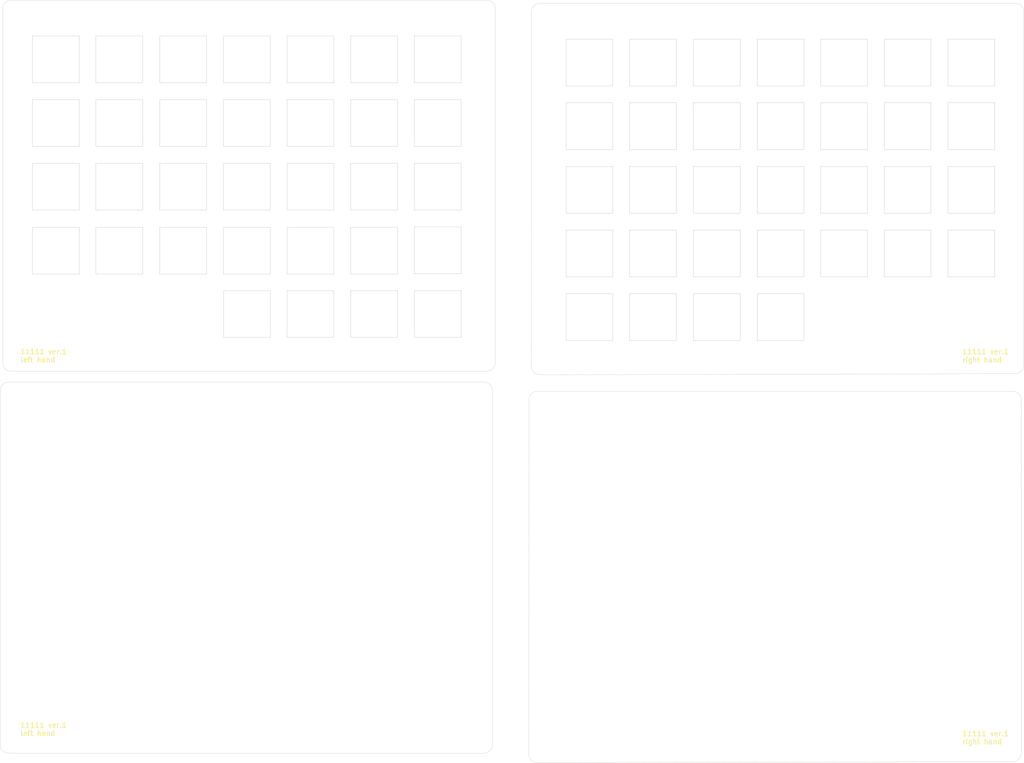
<source format=kicad_pcb>
(kicad_pcb (version 20221018) (generator pcbnew)
  (layers (0 "F.Cu" signal) (31 "B.Cu" signal) (34 "B.Paste" user) (35 "F.Paste" user) (36 "B.SilkS" user "B.Silkscreen") (37 "F.SilkS" user "F.Silkscreen") (38 "B.Mask" user) (39 "F.Mask" user) (44 "Edge.Cuts" user))
  (net 0 "")
  (footprint "keyboard_parts:m3_Screw_Hole" (layer "F.Cu") (at 171.22 239.06)
    (fp_text reference "REF**" hide)
    (fp_text value "m3_Screw_Hole" hide)
    (pad "" np_thru_hole circle (at 0 0) (size 3.6 3.6) (drill 3.6) (layers "*.Cu" "*.Mask"))
  )
  (footprint "foostan:SW_Hole" (layer "F.Cu") (at 301.255003 37.143965)
    (fp_text reference "SW13" hide)
    (fp_text value "SW_Push" hide)
    (fp_line (start -7 -7) (end -7 7) (stroke (width 0.12)) (layer "Edge.Cuts"))
    (fp_line (start -7 7) (end 7 7) (stroke (width 0.12)) (layer "Edge.Cuts"))
    (fp_line (start 7 -7) (end -7 -7) (stroke (width 0.12)) (layer "Edge.Cuts"))
    (fp_line (start 7 7) (end 7 -7) (stroke (width 0.12)) (layer "Edge.Cuts"))
  )
  (footprint "foostan:SW_Hole" (layer "F.Cu") (at 103.505 93.47)
    (fp_text reference "SW46" hide)
    (fp_text value "SW_Push" hide)
    (fp_line (start -7 -7) (end -7 7) (stroke (width 0.12)) (layer "Edge.Cuts"))
    (fp_line (start -7 7) (end 7 7) (stroke (width 0.12)) (layer "Edge.Cuts"))
    (fp_line (start 7 -7) (end -7 -7) (stroke (width 0.12)) (layer "Edge.Cuts"))
    (fp_line (start 7 7) (end 7 -7) (stroke (width 0.12)) (layer "Edge.Cuts"))
  )
  (footprint "keyboard_parts:m3_Screw_Hole" (layer "F.Cu") (at 92.18 239.06)
    (fp_text reference "REF**" hide)
    (fp_text value "m3_Screw_Hole" hide)
    (pad "" np_thru_hole circle (at 0 0) (size 3.6 3.6) (drill 3.6) (layers "*.Cu" "*.Mask"))
  )
  (footprint "keyboard_parts:m3_Screw_Hole" (layer "F.Cu") (at 272.936051 241.8)
    (fp_text reference "REF**" hide)
    (fp_text value "m3_Screw_Hole" hide)
    (pad "" np_thru_hole circle (at 0 0) (size 3.6 3.6) (drill 3.6) (layers "*.Cu" "*.Mask"))
  )
  (footprint "keyboard_parts:m3_Screw_Hole" (layer "F.Cu") (at 36.4 23.86)
    (fp_text reference "REF**" hide)
    (fp_text value "m3_Screw_Hole" hide)
    (pad "" np_thru_hole circle (at 0 0) (size 3.6 3.6) (drill 3.6) (layers "*.Cu" "*.Mask"))
  )
  (footprint "keyboard_parts:m3_Screw_Hole" (layer "F.Cu") (at 171.22 138.16)
    (fp_text reference "REF**" hide)
    (fp_text value "m3_Screw_Hole" hide)
    (pad "" np_thru_hole circle (at 0 0) (size 3.6 3.6) (drill 3.6) (layers "*.Cu" "*.Mask"))
  )
  (footprint "foostan:SW_Hole" (layer "F.Cu") (at 206.055003 37.143965)
    (fp_text reference "SW8" hide)
    (fp_text value "SW_Push" hide)
    (fp_line (start -7 -7) (end -7 7) (stroke (width 0.12)) (layer "Edge.Cuts"))
    (fp_line (start -7 7) (end 7 7) (stroke (width 0.12)) (layer "Edge.Cuts"))
    (fp_line (start 7 -7) (end -7 -7) (stroke (width 0.12)) (layer "Edge.Cuts"))
    (fp_line (start 7 7) (end 7 -7) (stroke (width 0.12)) (layer "Edge.Cuts"))
  )
  (footprint "foostan:SW_Hole" (layer "F.Cu") (at 282.255003 94.293965)
    (fp_text reference "SW54" hide)
    (fp_text value "SW_Push" hide)
    (fp_line (start -7 -7) (end -7 7) (stroke (width 0.12)) (layer "Edge.Cuts"))
    (fp_line (start -7 7) (end 7 7) (stroke (width 0.12)) (layer "Edge.Cuts"))
    (fp_line (start 7 -7) (end -7 -7) (stroke (width 0.12)) (layer "Edge.Cuts"))
    (fp_line (start 7 7) (end 7 -7) (stroke (width 0.12)) (layer "Edge.Cuts"))
  )
  (footprint "keyboard_parts:m3_Screw_Hole" (layer "F.Cu") (at 330.320003 24.803965)
    (fp_text reference "REF**" hide)
    (fp_text value "m3_Screw_Hole" hide)
    (pad "" np_thru_hole circle (at 0 0) (size 3.6 3.6) (drill 3.6) (layers "*.Cu" "*.Mask"))
  )
  (footprint "foostan:SW_Hole" (layer "F.Cu") (at 206.055003 113.343965)
    (fp_text reference "SW61" hide)
    (fp_text value "SW_Push" hide)
    (fp_line (start -7 -7) (end -7 7) (stroke (width 0.12)) (layer "Edge.Cuts"))
    (fp_line (start -7 7) (end 7 7) (stroke (width 0.12)) (layer "Edge.Cuts"))
    (fp_line (start 7 -7) (end -7 -7) (stroke (width 0.12)) (layer "Edge.Cuts"))
    (fp_line (start 7 7) (end 7 -7) (stroke (width 0.12)) (layer "Edge.Cuts"))
  )
  (footprint "foostan:SW_Hole" (layer "F.Cu") (at 282.255003 56.193965)
    (fp_text reference "SW26" hide)
    (fp_text value "SW_Push" hide)
    (fp_line (start -7 -7) (end -7 7) (stroke (width 0.12)) (layer "Edge.Cuts"))
    (fp_line (start -7 7) (end 7 7) (stroke (width 0.12)) (layer "Edge.Cuts"))
    (fp_line (start 7 -7) (end -7 -7) (stroke (width 0.12)) (layer "Edge.Cuts"))
    (fp_line (start 7 7) (end 7 -7) (stroke (width 0.12)) (layer "Edge.Cuts"))
  )
  (footprint "foostan:SW_Hole" (layer "F.Cu") (at 206.055003 56.193965)
    (fp_text reference "SW22" hide)
    (fp_text value "SW_Push" hide)
    (fp_line (start -7 -7) (end -7 7) (stroke (width 0.12)) (layer "Edge.Cuts"))
    (fp_line (start -7 7) (end 7 7) (stroke (width 0.12)) (layer "Edge.Cuts"))
    (fp_line (start 7 -7) (end -7 -7) (stroke (width 0.12)) (layer "Edge.Cuts"))
    (fp_line (start 7 7) (end 7 -7) (stroke (width 0.12)) (layer "Edge.Cuts"))
  )
  (footprint "keyboard_parts:m3_Screw_Hole" (layer "F.Cu") (at 35.6 138.16)
    (fp_text reference "REF**" hide)
    (fp_text value "m3_Screw_Hole" hide)
    (pad "" np_thru_hole circle (at 0 0) (size 3.6 3.6) (drill 3.6) (layers "*.Cu" "*.Mask"))
  )
  (footprint "foostan:SW_Hole" (layer "F.Cu") (at 141.605 74.3)
    (fp_text reference "SW34" hide)
    (fp_text value "SW_Push" hide)
    (fp_line (start -7 -7) (end -7 7) (stroke (width 0.12)) (layer "Edge.Cuts"))
    (fp_line (start -7 7) (end 7 7) (stroke (width 0.12)) (layer "Edge.Cuts"))
    (fp_line (start 7 -7) (end -7 -7) (stroke (width 0.12)) (layer "Edge.Cuts"))
    (fp_line (start 7 7) (end 7 -7) (stroke (width 0.12)) (layer "Edge.Cuts"))
  )
  (footprint "foostan:SW_Hole" (layer "F.Cu") (at 46.355 55.25)
    (fp_text reference "SW15" hide)
    (fp_text value "SW_Push" hide)
    (fp_line (start -7 -7) (end -7 7) (stroke (width 0.12)) (layer "Edge.Cuts"))
    (fp_line (start -7 7) (end 7 7) (stroke (width 0.12)) (layer "Edge.Cuts"))
    (fp_line (start 7 -7) (end -7 -7) (stroke (width 0.12)) (layer "Edge.Cuts"))
    (fp_line (start 7 7) (end 7 -7) (stroke (width 0.12)) (layer "Edge.Cuts"))
  )
  (footprint "foostan:SW_Hole" (layer "F.Cu") (at 225.055003 113.343965)
    (fp_text reference "SW62" hide)
    (fp_text value "SW_Push" hide)
    (fp_line (start -7 -7) (end -7 7) (stroke (width 0.12)) (layer "Edge.Cuts"))
    (fp_line (start -7 7) (end 7 7) (stroke (width 0.12)) (layer "Edge.Cuts"))
    (fp_line (start 7 -7) (end -7 -7) (stroke (width 0.12)) (layer "Edge.Cuts"))
    (fp_line (start 7 7) (end 7 -7) (stroke (width 0.12)) (layer "Edge.Cuts"))
  )
  (footprint "foostan:SW_Hole" (layer "F.Cu") (at 225.055003 56.193965)
    (fp_text reference "SW23" hide)
    (fp_text value "SW_Push" hide)
    (fp_line (start -7 -7) (end -7 7) (stroke (width 0.12)) (layer "Edge.Cuts"))
    (fp_line (start -7 7) (end 7 7) (stroke (width 0.12)) (layer "Edge.Cuts"))
    (fp_line (start 7 -7) (end -7 -7) (stroke (width 0.12)) (layer "Edge.Cuts"))
    (fp_line (start 7 7) (end 7 -7) (stroke (width 0.12)) (layer "Edge.Cuts"))
  )
  (footprint "foostan:SW_Hole" (layer "F.Cu") (at 84.455 93.47)
    (fp_text reference "SW45" hide)
    (fp_text value "SW_Push" hide)
    (fp_line (start -7 -7) (end -7 7) (stroke (width 0.12)) (layer "Edge.Cuts"))
    (fp_line (start -7 7) (end 7 7) (stroke (width 0.12)) (layer "Edge.Cuts"))
    (fp_line (start 7 -7) (end -7 -7) (stroke (width 0.12)) (layer "Edge.Cuts"))
    (fp_line (start 7 7) (end 7 -7) (stroke (width 0.12)) (layer "Edge.Cuts"))
  )
  (footprint "foostan:SW_Hole" (layer "F.Cu") (at 103.565 112.4)
    (fp_text reference "SW57" hide)
    (fp_text value "SW_Push" hide)
    (fp_line (start -7 -7) (end -7 7) (stroke (width 0.12)) (layer "Edge.Cuts"))
    (fp_line (start -7 7) (end 7 7) (stroke (width 0.12)) (layer "Edge.Cuts"))
    (fp_line (start 7 -7) (end -7 -7) (stroke (width 0.12)) (layer "Edge.Cuts"))
    (fp_line (start 7 7) (end 7 -7) (stroke (width 0.12)) (layer "Edge.Cuts"))
  )
  (footprint "foostan:SW_Hole" (layer "F.Cu") (at 46.355 36.2)
    (fp_text reference "SW1" hide)
    (fp_text value "SW_Push" hide)
    (fp_line (start -7 -7) (end -7 7) (stroke (width 0.12)) (layer "Edge.Cuts"))
    (fp_line (start -7 7) (end 7 7) (stroke (width 0.12)) (layer "Edge.Cuts"))
    (fp_line (start 7 -7) (end -7 -7) (stroke (width 0.12)) (layer "Edge.Cuts"))
    (fp_line (start 7 7) (end 7 -7) (stroke (width 0.12)) (layer "Edge.Cuts"))
  )
  (footprint "keyboard_parts:m3_Screw_Hole" (layer "F.Cu") (at 193.996051 241.9)
    (fp_text reference "REF**" hide)
    (fp_text value "m3_Screw_Hole" hide)
    (pad "" np_thru_hole circle (at 0 0) (size 3.6 3.6) (drill 3.6) (layers "*.Cu" "*.Mask"))
  )
  (footprint "foostan:SW_Hole" (layer "F.Cu") (at 282.255003 37.143965)
    (fp_text reference "SW12" hide)
    (fp_text value "SW_Push" hide)
    (fp_line (start -7 -7) (end -7 7) (stroke (width 0.12)) (layer "Edge.Cuts"))
    (fp_line (start -7 7) (end 7 7) (stroke (width 0.12)) (layer "Edge.Cuts"))
    (fp_line (start 7 -7) (end -7 -7) (stroke (width 0.12)) (layer "Edge.Cuts"))
    (fp_line (start 7 7) (end 7 -7) (stroke (width 0.12)) (layer "Edge.Cuts"))
  )
  (footprint "foostan:SW_Hole" (layer "F.Cu") (at 122.555 112.4)
    (fp_text reference "SW58" hide)
    (fp_text value "SW_Push" hide)
    (fp_line (start -7 -7) (end -7 7) (stroke (width 0.12)) (layer "Edge.Cuts"))
    (fp_line (start -7 7) (end 7 7) (stroke (width 0.12)) (layer "Edge.Cuts"))
    (fp_line (start 7 -7) (end -7 -7) (stroke (width 0.12)) (layer "Edge.Cuts"))
    (fp_line (start 7 7) (end 7 -7) (stroke (width 0.12)) (layer "Edge.Cuts"))
  )
  (footprint "foostan:SW_Hole" (layer "F.Cu") (at 65.335 55.25)
    (fp_text reference "SW16" hide)
    (fp_text value "SW_Push" hide)
    (fp_line (start -7 -7) (end -7 7) (stroke (width 0.12)) (layer "Edge.Cuts"))
    (fp_line (start -7 7) (end 7 7) (stroke (width 0.12)) (layer "Edge.Cuts"))
    (fp_line (start 7 -7) (end -7 -7) (stroke (width 0.12)) (layer "Edge.Cuts"))
    (fp_line (start 7 7) (end 7 -7) (stroke (width 0.12)) (layer "Edge.Cuts"))
  )
  (footprint "foostan:SW_Hole" (layer "F.Cu") (at 282.255003 75.243965)
    (fp_text reference "SW40" hide)
    (fp_text value "SW_Push" hide)
    (fp_line (start -7 -7) (end -7 7) (stroke (width 0.12)) (layer "Edge.Cuts"))
    (fp_line (start -7 7) (end 7 7) (stroke (width 0.12)) (layer "Edge.Cuts"))
    (fp_line (start 7 -7) (end -7 -7) (stroke (width 0.12)) (layer "Edge.Cuts"))
    (fp_line (start 7 7) (end 7 -7) (stroke (width 0.12)) (layer "Edge.Cuts"))
  )
  (footprint "foostan:SW_Hole" (layer "F.Cu") (at 122.555 55.25)
    (fp_text reference "SW19" hide)
    (fp_text value "SW_Push" hide)
    (fp_line (start -7 -7) (end -7 7) (stroke (width 0.12)) (layer "Edge.Cuts"))
    (fp_line (start -7 7) (end 7 7) (stroke (width 0.12)) (layer "Edge.Cuts"))
    (fp_line (start 7 -7) (end -7 -7) (stroke (width 0.12)) (layer "Edge.Cuts"))
    (fp_line (start 7 7) (end 7 -7) (stroke (width 0.12)) (layer "Edge.Cuts"))
  )
  (footprint "foostan:SW_Hole" (layer "F.Cu") (at 46.355 93.47)
    (fp_text reference "SW43" hide)
    (fp_text value "SW_Push" hide)
    (fp_line (start -7 -7) (end -7 7) (stroke (width 0.12)) (layer "Edge.Cuts"))
    (fp_line (start -7 7) (end 7 7) (stroke (width 0.12)) (layer "Edge.Cuts"))
    (fp_line (start 7 -7) (end -7 -7) (stroke (width 0.12)) (layer "Edge.Cuts"))
    (fp_line (start 7 7) (end 7 -7) (stroke (width 0.12)) (layer "Edge.Cuts"))
  )
  (footprint "foostan:SW_Hole" (layer "F.Cu") (at 263.255003 94.293965)
    (fp_text reference "SW53" hide)
    (fp_text value "SW_Push" hide)
    (fp_line (start -7 -7) (end -7 7) (stroke (width 0.12)) (layer "Edge.Cuts"))
    (fp_line (start -7 7) (end 7 7) (stroke (width 0.12)) (layer "Edge.Cuts"))
    (fp_line (start 7 -7) (end -7 -7) (stroke (width 0.12)) (layer "Edge.Cuts"))
    (fp_line (start 7 7) (end 7 -7) (stroke (width 0.12)) (layer "Edge.Cuts"))
  )
  (footprint "foostan:SW_Hole" (layer "F.Cu") (at 122.555 93.47)
    (fp_text reference "SW47" hide)
    (fp_text value "SW_Push" hide)
    (fp_line (start -7 -7) (end -7 7) (stroke (width 0.12)) (layer "Edge.Cuts"))
    (fp_line (start -7 7) (end 7 7) (stroke (width 0.12)) (layer "Edge.Cuts"))
    (fp_line (start 7 -7) (end -7 -7) (stroke (width 0.12)) (layer "Edge.Cuts"))
    (fp_line (start 7 7) (end 7 -7) (stroke (width 0.12)) (layer "Edge.Cuts"))
  )
  (footprint "keyboard_parts:m3_Screw_Hole" (layer "F.Cu") (at 55.88 83.92)
    (fp_text reference "REF**" hide)
    (fp_text value "m3_Screw_Hole" hide)
    (pad "" np_thru_hole circle (at 0 0) (size 3.6 3.6) (drill 3.6) (layers "*.Cu" "*.Mask"))
  )
  (footprint "foostan:SW_Hole" (layer "F.Cu") (at 160.655 74.3)
    (fp_text reference "SW35" hide)
    (fp_text value "SW_Push" hide)
    (fp_line (start -7 -7) (end -7 7) (stroke (width 0.12)) (layer "Edge.Cuts"))
    (fp_line (start -7 7) (end 7 7) (stroke (width 0.12)) (layer "Edge.Cuts"))
    (fp_line (start 7 -7) (end -7 -7) (stroke (width 0.12)) (layer "Edge.Cuts"))
    (fp_line (start 7 7) (end 7 -7) (stroke (width 0.12)) (layer "Edge.Cuts"))
  )
  (footprint "foostan:SW_Hole" (layer "F.Cu") (at 320.355003 56.193965)
    (fp_text reference "SW28" hide)
    (fp_text value "SW_Push" hide)
    (fp_line (start -7 -7) (end -7 7) (stroke (width 0.12)) (layer "Edge.Cuts"))
    (fp_line (start -7 7) (end 7 7) (stroke (width 0.12)) (layer "Edge.Cuts"))
    (fp_line (start 7 -7) (end -7 -7) (stroke (width 0.12)) (layer "Edge.Cuts"))
    (fp_line (start 7 7) (end 7 -7) (stroke (width 0.12)) (layer "Edge.Cuts"))
  )
  (footprint "foostan:SW_Hole" (layer "F.Cu") (at 225.055003 94.293965)
    (fp_text reference "SW51" hide)
    (fp_text value "SW_Push" hide)
    (fp_line (start -7 -7) (end -7 7) (stroke (width 0.12)) (layer "Edge.Cuts"))
    (fp_line (start -7 7) (end 7 7) (stroke (width 0.12)) (layer "Edge.Cuts"))
    (fp_line (start 7 -7) (end -7 -7) (stroke (width 0.12)) (layer "Edge.Cuts"))
    (fp_line (start 7 7) (end 7 -7) (stroke (width 0.12)) (layer "Edge.Cuts"))
  )
  (footprint "foostan:SW_Hole" (layer "F.Cu") (at 225.055003 75.243965)
    (fp_text reference "SW37" hide)
    (fp_text value "SW_Push" hide)
    (fp_line (start -7 -7) (end -7 7) (stroke (width 0.12)) (layer "Edge.Cuts"))
    (fp_line (start -7 7) (end 7 7) (stroke (width 0.12)) (layer "Edge.Cuts"))
    (fp_line (start 7 -7) (end -7 -7) (stroke (width 0.12)) (layer "Edge.Cuts"))
    (fp_line (start 7 7) (end 7 -7) (stroke (width 0.12)) (layer "Edge.Cuts"))
  )
  (footprint "keyboard_parts:m3_Screw_Hole" (layer "F.Cu") (at 310.036051 200.86)
    (fp_text reference "REF**" hide)
    (fp_text value "m3_Screw_Hole" hide)
    (pad "" np_thru_hole circle (at 0 0) (size 3.6 3.6) (drill 3.6) (layers "*.Cu" "*.Mask"))
  )
  (footprint "foostan:SW_Hole" (layer "F.Cu") (at 320.355003 94.293965)
    (fp_text reference "SW56" hide)
    (fp_text value "SW_Push" hide)
    (fp_line (start -7 -7) (end -7 7) (stroke (width 0.12)) (layer "Edge.Cuts"))
    (fp_line (start -7 7) (end 7 7) (stroke (width 0.12)) (layer "Edge.Cuts"))
    (fp_line (start 7 -7) (end -7 -7) (stroke (width 0.12)) (layer "Edge.Cuts"))
    (fp_line (start 7 7) (end 7 -7) (stroke (width 0.12)) (layer "Edge.Cuts"))
  )
  (footprint "foostan:SW_Hole" (layer "F.Cu") (at 65.335 74.3)
    (fp_text reference "SW30" hide)
    (fp_text value "SW_Push" hide)
    (fp_line (start -7 -7) (end -7 7) (stroke (width 0.12)) (layer "Edge.Cuts"))
    (fp_line (start -7 7) (end 7 7) (stroke (width 0.12)) (layer "Edge.Cuts"))
    (fp_line (start 7 -7) (end -7 -7) (stroke (width 0.12)) (layer "Edge.Cuts"))
    (fp_line (start 7 7) (end 7 -7) (stroke (width 0.12)) (layer "Edge.Cuts"))
  )
  (footprint "foostan:SW_Hole" (layer "F.Cu") (at 122.555 74.3)
    (fp_text reference "SW33" hide)
    (fp_text value "SW_Push" hide)
    (fp_line (start -7 -7) (end -7 7) (stroke (width 0.12)) (layer "Edge.Cuts"))
    (fp_line (start -7 7) (end 7 7) (stroke (width 0.12)) (layer "Edge.Cuts"))
    (fp_line (start 7 -7) (end -7 -7) (stroke (width 0.12)) (layer "Edge.Cuts"))
    (fp_line (start 7 7) (end 7 -7) (stroke (width 0.12)) (layer "Edge.Cuts"))
  )
  (footprint "foostan:SW_Hole" (layer "F.Cu") (at 225.055003 37.143965)
    (fp_text reference "SW9" hide)
    (fp_text value "SW_Push" hide)
    (fp_line (start -7 -7) (end -7 7) (stroke (width 0.12)) (layer "Edge.Cuts"))
    (fp_line (start -7 7) (end 7 7) (stroke (width 0.12)) (layer "Edge.Cuts"))
    (fp_line (start 7 -7) (end -7 -7) (stroke (width 0.12)) (layer "Edge.Cuts"))
    (fp_line (start 7 7) (end 7 -7) (stroke (width 0.12)) (layer "Edge.Cuts"))
  )
  (footprint "keyboard_parts:m3_Screw_Hole" (layer "F.Cu") (at 194.740003 125.803965)
    (fp_text reference "REF**" hide)
    (fp_text value "m3_Screw_Hole" hide)
    (pad "" np_thru_hole circle (at 0 0) (size 3.6 3.6) (drill 3.6) (layers "*.Cu" "*.Mask"))
  )
  (footprint "foostan:SW_Hole" (layer "F.Cu") (at 301.255003 56.193965)
    (fp_text reference "SW27" hide)
    (fp_text value "SW_Push" hide)
    (fp_line (start -7 -7) (end -7 7) (stroke (width 0.12)) (layer "Edge.Cuts"))
    (fp_line (start -7 7) (end 7 7) (stroke (width 0.12)) (layer "Edge.Cuts"))
    (fp_line (start 7 -7) (end -7 -7) (stroke (width 0.12)) (layer "Edge.Cuts"))
    (fp_line (start 7 7) (end 7 -7) (stroke (width 0.12)) (layer "Edge.Cuts"))
  )
  (footprint "foostan:SW_Hole" (layer "F.Cu") (at 320.355003 37.143965)
    (fp_text reference "SW14" hide)
    (fp_text value "SW_Push" hide)
    (fp_line (start -7 -7) (end -7 7) (stroke (width 0.12)) (layer "Edge.Cuts"))
    (fp_line (start -7 7) (end 7 7) (stroke (width 0.12)) (layer "Edge.Cuts"))
    (fp_line (start 7 -7) (end -7 -7) (stroke (width 0.12)) (layer "Edge.Cuts"))
    (fp_line (start 7 7) (end 7 -7) (stroke (width 0.12)) (layer "Edge.Cuts"))
  )
  (footprint "foostan:SW_Hole" (layer "F.Cu") (at 206.055003 94.293965)
    (fp_text reference "SW50" hide)
    (fp_text value "SW_Push" hide)
    (fp_line (start -7 -7) (end -7 7) (stroke (width 0.12)) (layer "Edge.Cuts"))
    (fp_line (start -7 7) (end 7 7) (stroke (width 0.12)) (layer "Edge.Cuts"))
    (fp_line (start 7 -7) (end -7 -7) (stroke (width 0.12)) (layer "Edge.Cuts"))
    (fp_line (start 7 7) (end 7 -7) (stroke (width 0.12)) (layer "Edge.Cuts"))
  )
  (footprint "foostan:SW_Hole" (layer "F.Cu") (at 244.155003 75.243965)
    (fp_text reference "SW38" hide)
    (fp_text value "SW_Push" hide)
    (fp_line (start -7 -7) (end -7 7) (stroke (width 0.12)) (layer "Edge.Cuts"))
    (fp_line (start -7 7) (end 7 7) (stroke (width 0.12)) (layer "Edge.Cuts"))
    (fp_line (start 7 -7) (end -7 -7) (stroke (width 0.12)) (layer "Edge.Cuts"))
    (fp_line (start 7 7) (end 7 -7) (stroke (width 0.12)) (layer "Edge.Cuts"))
  )
  (footprint "keyboard_parts:m3_Screw_Hole" (layer "F.Cu") (at 194.740003 24.703965)
    (fp_text reference "REF**" hide)
    (fp_text value "m3_Screw_Hole" hide)
    (pad "" np_thru_hole circle (at 0 0) (size 3.6 3.6) (drill 3.6) (layers "*.Cu" "*.Mask"))
  )
  (footprint "keyboard_parts:m3_Screw_Hole" (layer "F.Cu") (at 329.576051 140.9)
    (fp_text reference "REF**" hide)
    (fp_text value "m3_Screw_Hole" hide)
    (pad "" np_thru_hole circle (at 0 0) (size 3.6 3.6) (drill 3.6) (layers "*.Cu" "*.Mask"))
  )
  (footprint "foostan:SW_Hole" (layer "F.Cu") (at 263.255003 37.143965)
    (fp_text reference "SW11" hide)
    (fp_text value "SW_Push" hide)
    (fp_line (start -7 -7) (end -7 7) (stroke (width 0.12)) (layer "Edge.Cuts"))
    (fp_line (start -7 7) (end 7 7) (stroke (width 0.12)) (layer "Edge.Cuts"))
    (fp_line (start 7 -7) (end -7 -7) (stroke (width 0.12)) (layer "Edge.Cuts"))
    (fp_line (start 7 7) (end 7 -7) (stroke (width 0.12)) (layer "Edge.Cuts"))
  )
  (footprint "foostan:SW_Hole" (layer "F.Cu") (at 141.605 36.2)
    (fp_text reference "SW6" hide)
    (fp_text value "SW_Push" hide)
    (fp_line (start -7 -7) (end -7 7) (stroke (width 0.12)) (layer "Edge.Cuts"))
    (fp_line (start -7 7) (end 7 7) (stroke (width 0.12)) (layer "Edge.Cuts"))
    (fp_line (start 7 -7) (end -7 -7) (stroke (width 0.12)) (layer "Edge.Cuts"))
    (fp_line (start 7 7) (end 7 -7) (stroke (width 0.12)) (layer "Edge.Cuts"))
  )
  (footprint "foostan:SW_Hole" (layer "F.Cu") (at 65.335 93.47)
    (fp_text reference "SW44" hide)
    (fp_text value "SW_Push" hide)
    (fp_line (start -7 -7) (end -7 7) (stroke (width 0.12)) (layer "Edge.Cuts"))
    (fp_line (start -7 7) (end 7 7) (stroke (width 0.12)) (layer "Edge.Cuts"))
    (fp_line (start 7 -7) (end -7 -7) (stroke (width 0.12)) (layer "Edge.Cuts"))
    (fp_line (start 7 7) (end 7 -7) (stroke (width 0.12)) (layer "Edge.Cuts"))
  )
  (footprint "foostan:SW_Hole" (layer "F.Cu") (at 244.155003 94.293965)
    (fp_text reference "SW52" hide)
    (fp_text value "SW_Push" hide)
    (fp_line (start -7 -7) (end -7 7) (stroke (width 0.12)) (layer "Edge.Cuts"))
    (fp_line (start -7 7) (end 7 7) (stroke (width 0.12)) (layer "Edge.Cuts"))
    (fp_line (start 7 -7) (end -7 -7) (stroke (width 0.12)) (layer "Edge.Cuts"))
    (fp_line (start 7 7) (end 7 -7) (stroke (width 0.12)) (layer "Edge.Cuts"))
  )
  (footprint "keyboard_parts:m3_Screw_Hole" (layer "F.Cu") (at 92.98 124.76)
    (fp_text reference "REF**" hide)
    (fp_text value "m3_Screw_Hole" hide)
    (pad "" np_thru_hole circle (at 0 0) (size 3.6 3.6) (drill 3.6) (layers "*.Cu" "*.Mask"))
  )
  (footprint "foostan:SW_Hole" (layer "F.Cu") (at 160.655 93.35)
    (fp_text reference "SW49" hide)
    (fp_text value "SW_Push" hide)
    (fp_line (start -7 -7) (end -7 7) (stroke (width 0.12)) (layer "Edge.Cuts"))
    (fp_line (start -7 7) (end 7 7) (stroke (width 0.12)) (layer "Edge.Cuts"))
    (fp_line (start 7 -7) (end -7 -7) (stroke (width 0.12)) (layer "Edge.Cuts"))
    (fp_line (start 7 7) (end 7 -7) (stroke (width 0.12)) (layer "Edge.Cuts"))
  )
  (footprint "foostan:SW_Hole" (layer "F.Cu") (at 160.655 55.25)
    (fp_text reference "SW21" hide)
    (fp_text value "SW_Push" hide)
    (fp_line (start -7 -7) (end -7 7) (stroke (width 0.12)) (layer "Edge.Cuts"))
    (fp_line (start -7 7) (end 7 7) (stroke (width 0.12)) (layer "Edge.Cuts"))
    (fp_line (start 7 -7) (end -7 -7) (stroke (width 0.12)) (layer "Edge.Cuts"))
    (fp_line (start 7 7) (end 7 -7) (stroke (width 0.12)) (layer "Edge.Cuts"))
  )
  (footprint "keyboard_parts:m3_Screw_Hole" (layer "F.Cu") (at 193.996051 140.8)
    (fp_text reference "REF**" hide)
    (fp_text value "m3_Screw_Hole" hide)
    (pad "" np_thru_hole circle (at 0 0) (size 3.6 3.6) (drill 3.6) (layers "*.Cu" "*.Mask"))
  )
  (footprint "foostan:SW_Hole" (layer "F.Cu") (at 46.355 74.3)
    (fp_text reference "SW29" hide)
    (fp_text value "SW_Push" hide)
    (fp_line (start -7 -7) (end -7 7) (stroke (width 0.12)) (layer "Edge.Cuts"))
    (fp_line (start -7 7) (end 7 7) (stroke (width 0.12)) (layer "Edge.Cuts"))
    (fp_line (start 7 -7) (end -7 -7) (stroke (width 0.12)) (layer "Edge.Cuts"))
    (fp_line (start 7 7) (end 7 -7) (stroke (width 0.12)) (layer "Edge.Cuts"))
  )
  (footprint "foostan:SW_Hole" (layer "F.Cu") (at 103.505 36.2)
    (fp_text reference "SW4" hide)
    (fp_text value "SW_Push" hide)
    (fp_line (start -7 -7) (end -7 7) (stroke (width 0.12)) (layer "Edge.Cuts"))
    (fp_line (start -7 7) (end 7 7) (stroke (width 0.12)) (layer "Edge.Cuts"))
    (fp_line (start 7 -7) (end -7 -7) (stroke (width 0.12)) (layer "Edge.Cuts"))
    (fp_line (start 7 7) (end 7 -7) (stroke (width 0.12)) (layer "Edge.Cuts"))
  )
  (footprint "foostan:SW_Hole" (layer "F.Cu") (at 263.255003 75.243965)
    (fp_text reference "SW39" hide)
    (fp_text value "SW_Push" hide)
    (fp_line (start -7 -7) (end -7 7) (stroke (width 0.12)) (layer "Edge.Cuts"))
    (fp_line (start -7 7) (end 7 7) (stroke (width 0.12)) (layer "Edge.Cuts"))
    (fp_line (start 7 -7) (end -7 -7) (stroke (width 0.12)) (layer "Edge.Cuts"))
    (fp_line (start 7 7) (end 7 -7) (stroke (width 0.12)) (layer "Edge.Cuts"))
  )
  (footprint "foostan:SW_Hole" (layer "F.Cu") (at 141.605 112.4)
    (fp_text reference "SW59" hide)
    (fp_text value "SW_Push" hide)
    (fp_line (start -7 -7) (end -7 7) (stroke (width 0.12)) (layer "Edge.Cuts"))
    (fp_line (start -7 7) (end 7 7) (stroke (width 0.12)) (layer "Edge.Cuts"))
    (fp_line (start 7 -7) (end -7 -7) (stroke (width 0.12)) (layer "Edge.Cuts"))
    (fp_line (start 7 7) (end 7 -7) (stroke (width 0.12)) (layer "Edge.Cuts"))
  )
  (footprint "foostan:SW_Hole" (layer "F.Cu") (at 141.605 55.25)
    (fp_text reference "SW20" hide)
    (fp_text value "SW_Push" hide)
    (fp_line (start -7 -7) (end -7 7) (stroke (width 0.12)) (layer "Edge.Cuts"))
    (fp_line (start -7 7) (end 7 7) (stroke (width 0.12)) (layer "Edge.Cuts"))
    (fp_line (start 7 -7) (end -7 -7) (stroke (width 0.12)) (layer "Edge.Cuts"))
    (fp_line (start 7 7) (end 7 -7) (stroke (width 0.12)) (layer "Edge.Cuts"))
  )
  (footprint "foostan:SW_Hole" (layer "F.Cu") (at 103.505 74.3)
    (fp_text reference "SW32" hide)
    (fp_text value "SW_Push" hide)
    (fp_line (start -7 -7) (end -7 7) (stroke (width 0.12)) (layer "Edge.Cuts"))
    (fp_line (start -7 7) (end 7 7) (stroke (width 0.12)) (layer "Edge.Cuts"))
    (fp_line (start 7 -7) (end -7 -7) (stroke (width 0.12)) (layer "Edge.Cuts"))
    (fp_line (start 7 7) (end 7 -7) (stroke (width 0.12)) (layer "Edge.Cuts"))
  )
  (footprint "keyboard_parts:m3_Screw_Hole" (layer "F.Cu") (at 273.680003 125.703965)
    (fp_text reference "REF**" hide)
    (fp_text value "m3_Screw_Hole" hide)
    (pad "" np_thru_hole circle (at 0 0) (size 3.6 3.6) (drill 3.6) (layers "F&B.Cu" "*.Mask"))
  )
  (footprint "foostan:SW_Hole" (layer "F.Cu") (at 301.255003 94.293965)
    (fp_text reference "SW55" hide)
    (fp_text value "SW_Push" hide)
    (fp_line (start -7 -7) (end -7 7) (stroke (width 0.12)) (layer "Edge.Cuts"))
    (fp_line (start -7 7) (end 7 7) (stroke (width 0.12)) (layer "Edge.Cuts"))
    (fp_line (start 7 -7) (end -7 -7) (stroke (width 0.12)) (layer "Edge.Cuts"))
    (fp_line (start 7 7) (end 7 -7) (stroke (width 0.12)) (layer "Edge.Cuts"))
  )
  (footprint "foostan:SW_Hole" (layer "F.Cu") (at 65.335 36.2)
    (fp_text reference "SW2" hide)
    (fp_text value "SW_Push" hide)
    (fp_line (start -7 -7) (end -7 7) (stroke (width 0.12)) (layer "Edge.Cuts"))
    (fp_line (start -7 7) (end 7 7) (stroke (width 0.12)) (layer "Edge.Cuts"))
    (fp_line (start 7 -7) (end -7 -7) (stroke (width 0.12)) (layer "Edge.Cuts"))
    (fp_line (start 7 7) (end 7 -7) (stroke (width 0.12)) (layer "Edge.Cuts"))
  )
  (footprint "foostan:SW_Hole" (layer "F.Cu") (at 84.455 36.2)
    (fp_text reference "SW3" hide)
    (fp_text value "SW_Push" hide)
    (fp_line (start -7 -7) (end -7 7) (stroke (width 0.12)) (layer "Edge.Cuts"))
    (fp_line (start -7 7) (end 7 7) (stroke (width 0.12)) (layer "Edge.Cuts"))
    (fp_line (start 7 -7) (end -7 -7) (stroke (width 0.12)) (layer "Edge.Cuts"))
    (fp_line (start 7 7) (end 7 -7) (stroke (width 0.12)) (layer "Edge.Cuts"))
  )
  (footprint "foostan:SW_Hole" (layer "F.Cu") (at 160.655 36.2)
    (fp_text reference "SW7" hide)
    (fp_text value "SW_Push" hide)
    (fp_line (start -7 -7) (end -7 7) (stroke (width 0.12)) (layer "Edge.Cuts"))
    (fp_line (start -7 7) (end 7 7) (stroke (width 0.12)) (layer "Edge.Cuts"))
    (fp_line (start 7 -7) (end -7 -7) (stroke (width 0.12)) (layer "Edge.Cuts"))
    (fp_line (start 7 7) (end 7 -7) (stroke (width 0.12)) (layer "Edge.Cuts"))
  )
  (footprint "foostan:SW_Hole" (layer "F.Cu") (at 244.155003 56.193965)
    (fp_text reference "SW24" hide)
    (fp_text value "SW_Push" hide)
    (fp_line (start -7 -7) (end -7 7) (stroke (width 0.12)) (layer "Edge.Cuts"))
    (fp_line (start -7 7) (end 7 7) (stroke (width 0.12)) (layer "Edge.Cuts"))
    (fp_line (start 7 -7) (end -7 -7) (stroke (width 0.12)) (layer "Edge.Cuts"))
    (fp_line (start 7 7) (end 7 -7) (stroke (width 0.12)) (layer "Edge.Cuts"))
  )
  (footprint "foostan:SW_Hole" (layer "F.Cu") (at 84.455 55.25)
    (fp_text reference "SW17" hide)
    (fp_text value "SW_Push" hide)
    (fp_line (start -7 -7) (end -7 7) (stroke (width 0.12)) (layer "Edge.Cuts"))
    (fp_line (start -7 7) (end 7 7) (stroke (width 0.12)) (layer "Edge.Cuts"))
    (fp_line (start 7 -7) (end -7 -7) (stroke (width 0.12)) (layer "Edge.Cuts"))
    (fp_line (start 7 7) (end 7 -7) (stroke (width 0.12)) (layer "Edge.Cuts"))
  )
  (footprint "foostan:SW_Hole" (layer "F.Cu") (at 263.255003 56.193965)
    (fp_text reference "SW25" hide)
    (fp_text value "SW_Push" hide)
    (fp_line (start -7 -7) (end -7 7) (stroke (width 0.12)) (layer "Edge.Cuts"))
    (fp_line (start -7 7) (end 7 7) (stroke (width 0.12)) (layer "Edge.Cuts"))
    (fp_line (start 7 -7) (end -7 -7) (stroke (width 0.12)) (layer "Edge.Cuts"))
    (fp_line (start 7 7) (end 7 -7) (stroke (width 0.12)) (layer "Edge.Cuts"))
  )
  (footprint "foostan:SW_Hole" (layer "F.Cu") (at 141.605 93.47)
    (fp_text reference "SW48" hide)
    (fp_text value "SW_Push" hide)
    (fp_line (start -7 -7) (end -7 7) (stroke (width 0.12)) (layer "Edge.Cuts"))
    (fp_line (start -7 7) (end 7 7) (stroke (width 0.12)) (layer "Edge.Cuts"))
    (fp_line (start 7 -7) (end -7 -7) (stroke (width 0.12)) (layer "Edge.Cuts"))
    (fp_line (start 7 7) (end 7 -7) (stroke (width 0.12)) (layer "Edge.Cuts"))
  )
  (footprint "foostan:SW_Hole" (layer "F.Cu") (at 244.155003 37.143965)
    (fp_text reference "SW10" hide)
    (fp_text value "SW_Push" hide)
    (fp_line (start -7 -7) (end -7 7) (stroke (width 0.12)) (layer "Edge.Cuts"))
    (fp_line (start -7 7) (end 7 7) (stroke (width 0.12)) (layer "Edge.Cuts"))
    (fp_line (start 7 -7) (end -7 -7) (stroke (width 0.12)) (layer "Edge.Cuts"))
    (fp_line (start 7 7) (end 7 -7) (stroke (width 0.12)) (layer "Edge.Cuts"))
  )
  (footprint "foostan:SW_Hole" (layer "F.Cu") (at 160.655 112.4)
    (fp_text reference "SW60" hide)
    (fp_text value "SW_Push" hide)
    (fp_line (start -7 -7) (end -7 7) (stroke (width 0.12)) (layer "Edge.Cuts"))
    (fp_line (start -7 7) (end 7 7) (stroke (width 0.12)) (layer "Edge.Cuts"))
    (fp_line (start 7 -7) (end -7 -7) (stroke (width 0.12)) (layer "Edge.Cuts"))
    (fp_line (start 7 7) (end 7 -7) (stroke (width 0.12)) (layer "Edge.Cuts"))
  )
  (footprint "keyboard_parts:m3_Screw_Hole" (layer "F.Cu") (at 55.08 198.22)
    (fp_text reference "REF**" hide)
    (fp_text value "m3_Screw_Hole" hide)
    (pad "" np_thru_hole circle (at 0 0) (size 3.6 3.6) (drill 3.6) (layers "*.Cu" "*.Mask"))
  )
  (footprint "foostan:SW_Hole" (layer "F.Cu") (at 103.505 55.25)
    (fp_text reference "SW18" hide)
    (fp_text value "SW_Push" hide)
    (fp_line (start -7 -7) (end -7 7) (stroke (width 0.12)) (layer "Edge.Cuts"))
    (fp_line (start -7 7) (end 7 7) (stroke (width 0.12)) (layer "Edge.Cuts"))
    (fp_line (start 7 -7) (end -7 -7) (stroke (width 0.12)) (layer "Edge.Cuts"))
    (fp_line (start 7 7) (end 7 -7) (stroke (width 0.12)) (layer "Edge.Cuts"))
  )
  (footprint "keyboard_parts:m3_Screw_Hole" (layer "F.Cu") (at 310.780003 84.763965)
    (fp_text reference "REF**" hide)
    (fp_text value "m3_Screw_Hole" hide)
    (pad "" np_thru_hole circle (at 0 0) (size 3.6 3.6) (drill 3.6) (layers "*.Cu" "*.Mask"))
  )
  (footprint "foostan:SW_Hole" (layer "F.Cu") (at 263.255003 113.343965)
    (fp_text reference "SW64" hide)
    (fp_text value "SW_Push" hide)
    (fp_line (start -7 -7) (end -7 7) (stroke (width 0.12)) (layer "Edge.Cuts"))
    (fp_line (start -7 7) (end 7 7) (stroke (width 0.12)) (layer "Edge.Cuts"))
    (fp_line (start 7 -7) (end -7 -7) (stroke (width 0.12)) (layer "Edge.Cuts"))
    (fp_line (start 7 7) (end 7 -7) (stroke (width 0.12)) (layer "Edge.Cuts"))
  )
  (footprint "foostan:SW_Hole" (layer "F.Cu") (at 301.255003 75.243965)
    (fp_text reference "SW41" hide)
    (fp_text value "SW_Push" hide)
    (fp_line (start -7 -7) (end -7 7) (stroke (width 0.12)) (layer "Edge.Cuts"))
    (fp_line (start -7 7) (end 7 7) (stroke (width 0.12)) (layer "Edge.Cuts"))
    (fp_line (start 7 -7) (end -7 -7) (stroke (width 0.12)) (layer "Edge.Cuts"))
    (fp_line (start 7 7) (end 7 -7) (stroke (width 0.12)) (layer "Edge.Cuts"))
  )
  (footprint "foostan:SW_Hole" (layer "F.Cu") (at 320.355003 75.243965)
    (fp_text reference "SW42" hide)
    (fp_text value "SW_Push" hide)
    (fp_line (start -7 -7) (end -7 7) (stroke (width 0.12)) (layer "Edge.Cuts"))
    (fp_line (start -7 7) (end 7 7) (stroke (width 0.12)) (layer "Edge.Cuts"))
    (fp_line (start 7 -7) (end -7 -7) (stroke (width 0.12)) (layer "Edge.Cuts"))
    (fp_line (start 7 7) (end 7 -7) (stroke (width 0.12)) (layer "Edge.Cuts"))
  )
  (footprint "keyboard_parts:m3_Screw_Hole" (layer "F.Cu") (at 172.02 124.76)
    (fp_text reference "REF**" hide)
    (fp_text value "m3_Screw_Hole" hide)
    (pad "" np_thru_hole circle (at 0 0) (size 3.6 3.6) (drill 3.6) (layers "*.Cu" "*.Mask"))
  )
  (footprint "foostan:SW_Hole" (layer "F.Cu") (at 84.455 74.3)
    (fp_text reference "SW31" hide)
    (fp_text value "SW_Push" hide)
    (fp_line (start -7 -7) (end -7 7) (stroke (width 0.12)) (layer "Edge.Cuts"))
    (fp_line (start -7 7) (end 7 7) (stroke (width 0.12)) (layer "Edge.Cuts"))
    (fp_line (start 7 -7) (end -7 -7) (stroke (width 0.12)) (layer "Edge.Cuts"))
    (fp_line (start 7 7) (end 7 -7) (stroke (width 0.12)) (layer "Edge.Cuts"))
  )
  (footprint "keyboard_parts:m3_Screw_Hole" (layer "F.Cu") (at 172.02 23.86)
    (fp_text reference "REF**" hide)
    (fp_text value "m3_Screw_Hole" hide)
    (pad "" np_thru_hole circle (at 0 0) (size 3.6 3.6) (drill 3.6) (layers "*.Cu" "*.Mask"))
  )
  (footprint "foostan:SW_Hole" (layer "F.Cu") (at 206.055003 75.243965)
    (fp_text reference "SW36" hide)
    (fp_text value "SW_Push" hide)
    (fp_line (start -7 -7) (end -7 7) (stroke (width 0.12)) (layer "Edge.Cuts"))
    (fp_line (start -7 7) (end 7 7) (stroke (width 0.12)) (layer "Edge.Cuts"))
    (fp_line (start 7 -7) (end -7 -7) (stroke (width 0.12)) (layer "Edge.Cuts"))
    (fp_line (start 7 7) (end 7 -7) (stroke (width 0.12)) (layer "Edge.Cuts"))
  )
  (footprint "foostan:SW_Hole" (layer "F.Cu") (at 122.555 36.2)
    (fp_text reference "SW5" hide)
    (fp_text value "SW_Push" hide)
    (fp_line (start -7 -7) (end -7 7) (stroke (width 0.12)) (layer "Edge.Cuts"))
    (fp_line (start -7 7) (end 7 7) (stroke (width 0.12)) (layer "Edge.Cuts"))
    (fp_line (start 7 -7) (end -7 -7) (stroke (width 0.12)) (layer "Edge.Cuts"))
    (fp_line (start 7 7) (end 7 -7) (stroke (width 0.12)) (layer "Edge.Cuts"))
  )
  (footprint "foostan:SW_Hole" (layer "F.Cu") (at 244.155003 113.343965)
    (fp_text reference "SW63" hide)
    (fp_text value "SW_Push" hide)
    (fp_line (start -7 -7) (end -7 7) (stroke (width 0.12)) (layer "Edge.Cuts"))
    (fp_line (start -7 7) (end 7 7) (stroke (width 0.12)) (layer "Edge.Cuts"))
    (fp_line (start 7 -7) (end -7 -7) (stroke (width 0.12)) (layer "Edge.Cuts"))
    (fp_line (start 7 7) (end 7 -7) (stroke (width 0.12)) (layer "Edge.Cuts"))
  )
  (gr_arc (start 177.843949 127) (mid 177.100003 128.796069) (end 175.303949 129.54) (stroke (width 0.1)) (layer "Edge.Cuts"))
  (gr_line (start 33.02 129.54) (end 175.303949 129.54) (stroke (width 0.1)) (layer "Edge.Cuts"))
  (gr_line (start 191.200003 130.583965) (end 333.483952 130.283965) (stroke (width 0.1)) (layer "Edge.Cuts"))
  (gr_arc (start 29.68 135.32) (mid 30.423949 133.523949) (end 32.22 132.78) (stroke (width 0.1)) (layer "Edge.Cuts"))
  (gr_line (start 335.318025 138.06) (end 335.28 243.84) (stroke (width 0.1)) (layer "Edge.Cuts"))
  (gr_arc (start 187.954076 138.056) (mid 188.698026 136.259958) (end 190.494076 135.516) (stroke (width 0.1)) (layer "Edge.Cuts"))
  (gr_line (start 32.22 243.84) (end 174.503949 243.84) (stroke (width 0.1)) (layer "Edge.Cuts"))
  (gr_arc (start 333.521977 19.423965) (mid 335.318042 20.167906) (end 336.061977 21.963965) (stroke (width 0.1)) (layer "Edge.Cuts"))
  (gr_line (start 190.456051 246.68) (end 332.74 246.38) (stroke (width 0.1)) (layer "Edge.Cuts"))
  (gr_arc (start 332.778025 135.52) (mid 334.574093 136.26394) (end 335.318025 138.06) (stroke (width 0.1)) (layer "Edge.Cuts"))
  (gr_arc (start 190.456051 246.68) (mid 188.66 245.936051) (end 187.916051 244.14) (stroke (width 0.1)) (layer "Edge.Cuts"))
  (gr_arc (start 335.28 243.84) (mid 334.536054 245.636069) (end 332.74 246.38) (stroke (width 0.1)) (layer "Edge.Cuts"))
  (gr_line (start 336.061977 21.963965) (end 336.023952 127.743965) (stroke (width 0.1)) (layer "Edge.Cuts"))
  (gr_arc (start 32.22 243.84) (mid 30.423949 243.096051) (end 29.68 241.3) (stroke (width 0.1)) (layer "Edge.Cuts"))
  (gr_line (start 190.494076 135.516) (end 332.778025 135.52) (stroke (width 0.1)) (layer "Edge.Cuts"))
  (gr_arc (start 30.48 21.02) (mid 31.223949 19.223949) (end 33.02 18.48) (stroke (width 0.1)) (layer "Edge.Cuts"))
  (gr_arc (start 191.200003 130.583965) (mid 189.403949 129.840018) (end 188.660003 128.043965) (stroke (width 0.1)) (layer "Edge.Cuts"))
  (gr_arc (start 33.02 129.54) (mid 31.223949 128.796051) (end 30.48 127) (stroke (width 0.1)) (layer "Edge.Cuts"))
  (gr_arc (start 336.023952 127.743965) (mid 335.28 129.54) (end 333.483952 130.283965) (stroke (width 0.1)) (layer "Edge.Cuts"))
  (gr_arc (start 174.503949 132.776051) (mid 176.299986 133.520014) (end 177.043949 135.316051) (stroke (width 0.1)) (layer "Edge.Cuts"))
  (gr_arc (start 177.043949 241.3) (mid 176.299997 243.096033) (end 174.503949 243.84) (stroke (width 0.1)) (layer "Edge.Cuts"))
  (gr_line (start 191.238028 19.419965) (end 333.521977 19.423965) (stroke (width 0.1)) (layer "Edge.Cuts"))
  (gr_line (start 188.660003 128.043965) (end 188.698028 21.959965) (stroke (width 0.1)) (layer "Edge.Cuts"))
  (gr_line (start 177.843949 21.016051) (end 177.843949 127) (stroke (width 0.1)) (layer "Edge.Cuts"))
  (gr_line (start 177.043949 135.316051) (end 177.043949 241.3) (stroke (width 0.1)) (layer "Edge.Cuts"))
  (gr_arc (start 175.303949 18.476051) (mid 177.099986 19.220014) (end 177.843949 21.016051) (stroke (width 0.1)) (layer "Edge.Cuts"))
  (gr_line (start 32.22 132.78) (end 174.503949 132.776051) (stroke (width 0.1)) (layer "Edge.Cuts"))
  (gr_line (start 29.68 135.32) (end 29.68 241.3) (stroke (width 0.1)) (layer "Edge.Cuts"))
  (gr_line (start 30.48 21.02) (end 30.48 127) (stroke (width 0.1)) (layer "Edge.Cuts"))
  (gr_arc (start 188.698028 21.959965) (mid 189.441979 20.163924) (end 191.238028 19.419965) (stroke (width 0.1)) (layer "Edge.Cuts"))
  (gr_line (start 187.916051 244.14) (end 187.954076 138.056) (stroke (width 0.1)) (layer "Edge.Cuts"))
  (gr_line (start 33.02 18.48) (end 175.303949 18.476051) (stroke (width 0.1)) (layer "Edge.Cuts"))
  (gr_text "11111 ver.1\nright hand" (at 317.5 241.3) (layer "F.SilkS") (effects (font (size 1.5 1.5) (thickness 0.3) bold) (justify left bottom)))
  (gr_text "11111 ver.1\nleft hand" (at 35.56 238.76) (layer "F.SilkS") (effects (font (size 1.5 1.5) (thickness 0.3) bold) (justify left bottom)))
  (gr_text "11111 ver.1\nleft hand" (at 35.56 127) (layer "F.SilkS") (effects (font (size 1.5 1.5) (thickness 0.3) bold) (justify left bottom)))
  (gr_text "11111 ver.1\nright hand" (at 317.5 127) (layer "F.SilkS") (effects (font (size 1.5 1.5) (thickness 0.3) bold) (justify left bottom)))
)
</source>
